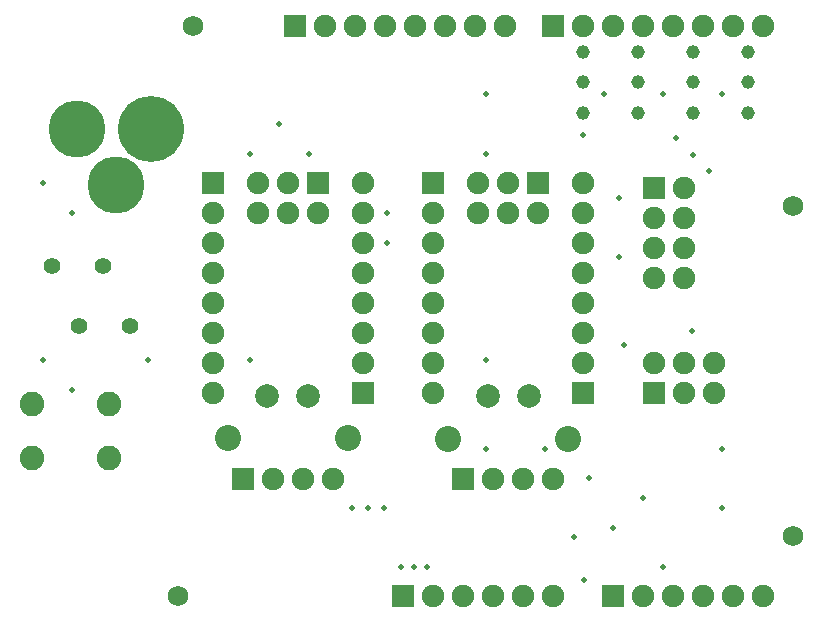
<source format=gts>
%FSLAX44Y44*%
%MOMM*%
G71*
G01*
G75*
G04 Layer_Color=8388736*
%ADD10C,0.4000*%
%ADD11C,0.3000*%
%ADD12C,0.5000*%
%ADD13C,0.8000*%
%ADD14C,1.0000*%
%ADD15C,2.0000*%
%ADD16C,1.5000*%
%ADD17C,1.7000*%
%ADD18R,1.7000X1.7000*%
%ADD19C,1.1600*%
%ADD20C,1.8000*%
%ADD21R,1.7000X1.7000*%
%ADD22C,1.8800*%
%ADD23C,2.0000*%
%ADD24C,4.6200*%
%ADD25C,5.3800*%
%ADD26C,1.2200*%
%ADD27C,1.5240*%
%ADD28C,0.9400*%
%ADD29C,0.7000*%
%ADD30C,1.3000*%
%ADD31C,0.2000*%
%ADD32C,0.2540*%
%ADD33C,0.0299*%
%ADD34C,0.0280*%
%ADD35R,0.7500X12.2500*%
%ADD36C,1.9032*%
%ADD37R,1.9032X1.9032*%
%ADD38C,2.0032*%
%ADD39R,1.9032X1.9032*%
%ADD40C,2.0832*%
%ADD41C,2.2032*%
%ADD42C,4.8232*%
%ADD43C,5.5832*%
%ADD44C,1.4232*%
%ADD45C,1.7272*%
%ADD46C,0.5000*%
D19*
X482600Y434340D02*
D03*
Y460340D02*
D03*
Y486340D02*
D03*
X529167Y434340D02*
D03*
Y460340D02*
D03*
Y486340D02*
D03*
X575733Y434340D02*
D03*
Y460340D02*
D03*
Y486340D02*
D03*
X622300Y434340D02*
D03*
Y460340D02*
D03*
Y486340D02*
D03*
D36*
X635000Y25400D02*
D03*
X609600D02*
D03*
X584200D02*
D03*
X558800D02*
D03*
X533400D02*
D03*
X457200D02*
D03*
X431800D02*
D03*
X406400D02*
D03*
X381000D02*
D03*
X355600D02*
D03*
X635000Y508000D02*
D03*
X558800D02*
D03*
X584200D02*
D03*
X609600D02*
D03*
X533400D02*
D03*
X508000D02*
D03*
X482600D02*
D03*
X416560D02*
D03*
X340360D02*
D03*
X365760D02*
D03*
X391160D02*
D03*
X314960D02*
D03*
X289560D02*
D03*
X264160D02*
D03*
X168910Y222250D02*
D03*
Y196850D02*
D03*
Y247650D02*
D03*
Y273050D02*
D03*
Y298450D02*
D03*
Y323850D02*
D03*
Y349250D02*
D03*
X207010D02*
D03*
X232410D02*
D03*
X257810D02*
D03*
X232410Y374650D02*
D03*
X207010D02*
D03*
X270510Y124460D02*
D03*
X245110D02*
D03*
X219710D02*
D03*
X482600Y349250D02*
D03*
Y374650D02*
D03*
Y323850D02*
D03*
Y298450D02*
D03*
Y273050D02*
D03*
Y247650D02*
D03*
Y222250D02*
D03*
X393700Y349250D02*
D03*
X419100D02*
D03*
X444500D02*
D03*
X419100Y374650D02*
D03*
X393700D02*
D03*
X457200Y124460D02*
D03*
X431800D02*
D03*
X406400D02*
D03*
X542290Y320040D02*
D03*
Y345440D02*
D03*
X567690Y370840D02*
D03*
Y345440D02*
D03*
Y320040D02*
D03*
Y294640D02*
D03*
X542290D02*
D03*
X355600Y222250D02*
D03*
Y196850D02*
D03*
Y247650D02*
D03*
Y273050D02*
D03*
Y298450D02*
D03*
Y323850D02*
D03*
Y349250D02*
D03*
X295910D02*
D03*
Y374650D02*
D03*
Y323850D02*
D03*
Y298450D02*
D03*
Y273050D02*
D03*
Y247650D02*
D03*
Y222250D02*
D03*
X593090D02*
D03*
X567690D02*
D03*
X542290D02*
D03*
X567690Y196850D02*
D03*
X593090D02*
D03*
D37*
X508000Y25400D02*
D03*
X330200D02*
D03*
X457200Y508000D02*
D03*
X238760D02*
D03*
X257810Y374650D02*
D03*
X194310Y124460D02*
D03*
X444500Y374650D02*
D03*
X381000Y124460D02*
D03*
X542290Y196850D02*
D03*
D38*
X214910Y194310D02*
D03*
X249910D02*
D03*
X401600D02*
D03*
X436600D02*
D03*
D39*
X168910Y374650D02*
D03*
X482600Y196850D02*
D03*
X542290Y370840D02*
D03*
X355600Y374650D02*
D03*
X295910Y196850D02*
D03*
D40*
X15760Y142600D02*
D03*
X80760Y187600D02*
D03*
Y142600D02*
D03*
X15760Y187600D02*
D03*
D41*
X181610Y159250D02*
D03*
X283210D02*
D03*
X469900Y158250D02*
D03*
X368300D02*
D03*
D42*
X86840Y372980D02*
D03*
X54340Y420980D02*
D03*
D43*
X116840D02*
D03*
D44*
X76200Y304800D02*
D03*
X99060Y253800D02*
D03*
X33020Y304800D02*
D03*
X55880Y253800D02*
D03*
D45*
X139700Y25400D02*
D03*
X152400Y508000D02*
D03*
X660400Y355600D02*
D03*
Y76200D02*
D03*
D46*
X487500Y125000D02*
D03*
X512500Y362500D02*
D03*
Y312500D02*
D03*
X561340Y412750D02*
D03*
X575310Y398780D02*
D03*
X589280Y384810D02*
D03*
X516890Y237490D02*
D03*
X316230Y349250D02*
D03*
Y323850D02*
D03*
X508000Y82550D02*
D03*
X533400Y107950D02*
D03*
X482600Y415290D02*
D03*
X200000Y400000D02*
D03*
X250000D02*
D03*
X50000Y350000D02*
D03*
Y200000D02*
D03*
X300000Y100000D02*
D03*
X400000Y400000D02*
D03*
Y450000D02*
D03*
X500000D02*
D03*
X550000D02*
D03*
X600000D02*
D03*
X400000Y150000D02*
D03*
X450000D02*
D03*
X350000Y50000D02*
D03*
X550000D02*
D03*
X600000Y100000D02*
D03*
Y150000D02*
D03*
X225000Y425000D02*
D03*
X25000Y225000D02*
D03*
Y375000D02*
D03*
X575000Y250000D02*
D03*
X400000Y225000D02*
D03*
X475000Y75000D02*
D03*
X200000Y225000D02*
D03*
X113700Y224800D02*
D03*
X339300Y49900D02*
D03*
X328600Y49800D02*
D03*
X483500Y38700D02*
D03*
X313900Y100000D02*
D03*
X286600Y99900D02*
D03*
M02*

</source>
